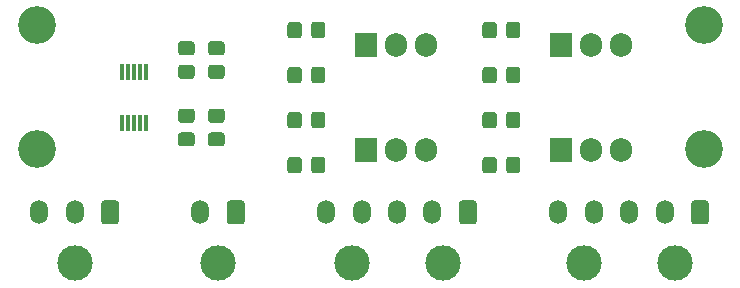
<source format=gts>
%TF.GenerationSoftware,KiCad,Pcbnew,5.1.7*%
%TF.CreationDate,2020-11-17T16:44:46+01:00*%
%TF.ProjectId,pca9632_led_controller,70636139-3633-4325-9f6c-65645f636f6e,rev?*%
%TF.SameCoordinates,Original*%
%TF.FileFunction,Soldermask,Top*%
%TF.FilePolarity,Negative*%
%FSLAX46Y46*%
G04 Gerber Fmt 4.6, Leading zero omitted, Abs format (unit mm)*
G04 Created by KiCad (PCBNEW 5.1.7) date 2020-11-17 16:44:46*
%MOMM*%
%LPD*%
G01*
G04 APERTURE LIST*
%ADD10C,3.200000*%
%ADD11R,0.300000X1.440000*%
%ADD12O,1.905000X2.000000*%
%ADD13R,1.905000X2.000000*%
%ADD14O,1.500000X2.020000*%
%ADD15C,3.000000*%
G04 APERTURE END LIST*
D10*
%TO.C,REF\u002A\u002A*%
X70500000Y-92000000D03*
%TD*%
%TO.C,REF\u002A\u002A*%
X70500000Y-81500000D03*
%TD*%
%TO.C,REF\u002A\u002A*%
X127000000Y-92000000D03*
%TD*%
%TO.C,REF\u002A\u002A*%
X127000000Y-81500000D03*
%TD*%
D11*
%TO.C,U1*%
X77740000Y-85460000D03*
X78240000Y-85460000D03*
X78740000Y-85460000D03*
X79240000Y-85460000D03*
X79740000Y-85460000D03*
X79740000Y-89750000D03*
X79240000Y-89750000D03*
X78740000Y-89750000D03*
X78240000Y-89750000D03*
X77740000Y-89750000D03*
%TD*%
%TO.C,R12*%
G36*
G01*
X85274999Y-84830000D02*
X86175001Y-84830000D01*
G75*
G02*
X86425000Y-85079999I0J-249999D01*
G01*
X86425000Y-85780001D01*
G75*
G02*
X86175001Y-86030000I-249999J0D01*
G01*
X85274999Y-86030000D01*
G75*
G02*
X85025000Y-85780001I0J249999D01*
G01*
X85025000Y-85079999D01*
G75*
G02*
X85274999Y-84830000I249999J0D01*
G01*
G37*
G36*
G01*
X85274999Y-82830000D02*
X86175001Y-82830000D01*
G75*
G02*
X86425000Y-83079999I0J-249999D01*
G01*
X86425000Y-83780001D01*
G75*
G02*
X86175001Y-84030000I-249999J0D01*
G01*
X85274999Y-84030000D01*
G75*
G02*
X85025000Y-83780001I0J249999D01*
G01*
X85025000Y-83079999D01*
G75*
G02*
X85274999Y-82830000I249999J0D01*
G01*
G37*
%TD*%
%TO.C,R11*%
G36*
G01*
X83635001Y-84030000D02*
X82734999Y-84030000D01*
G75*
G02*
X82485000Y-83780001I0J249999D01*
G01*
X82485000Y-83079999D01*
G75*
G02*
X82734999Y-82830000I249999J0D01*
G01*
X83635001Y-82830000D01*
G75*
G02*
X83885000Y-83079999I0J-249999D01*
G01*
X83885000Y-83780001D01*
G75*
G02*
X83635001Y-84030000I-249999J0D01*
G01*
G37*
G36*
G01*
X83635001Y-86030000D02*
X82734999Y-86030000D01*
G75*
G02*
X82485000Y-85780001I0J249999D01*
G01*
X82485000Y-85079999D01*
G75*
G02*
X82734999Y-84830000I249999J0D01*
G01*
X83635001Y-84830000D01*
G75*
G02*
X83885000Y-85079999I0J-249999D01*
G01*
X83885000Y-85780001D01*
G75*
G02*
X83635001Y-86030000I-249999J0D01*
G01*
G37*
%TD*%
%TO.C,R10*%
G36*
G01*
X86175001Y-89745000D02*
X85274999Y-89745000D01*
G75*
G02*
X85025000Y-89495001I0J249999D01*
G01*
X85025000Y-88794999D01*
G75*
G02*
X85274999Y-88545000I249999J0D01*
G01*
X86175001Y-88545000D01*
G75*
G02*
X86425000Y-88794999I0J-249999D01*
G01*
X86425000Y-89495001D01*
G75*
G02*
X86175001Y-89745000I-249999J0D01*
G01*
G37*
G36*
G01*
X86175001Y-91745000D02*
X85274999Y-91745000D01*
G75*
G02*
X85025000Y-91495001I0J249999D01*
G01*
X85025000Y-90794999D01*
G75*
G02*
X85274999Y-90545000I249999J0D01*
G01*
X86175001Y-90545000D01*
G75*
G02*
X86425000Y-90794999I0J-249999D01*
G01*
X86425000Y-91495001D01*
G75*
G02*
X86175001Y-91745000I-249999J0D01*
G01*
G37*
%TD*%
%TO.C,R9*%
G36*
G01*
X82734999Y-90545000D02*
X83635001Y-90545000D01*
G75*
G02*
X83885000Y-90794999I0J-249999D01*
G01*
X83885000Y-91495001D01*
G75*
G02*
X83635001Y-91745000I-249999J0D01*
G01*
X82734999Y-91745000D01*
G75*
G02*
X82485000Y-91495001I0J249999D01*
G01*
X82485000Y-90794999D01*
G75*
G02*
X82734999Y-90545000I249999J0D01*
G01*
G37*
G36*
G01*
X82734999Y-88545000D02*
X83635001Y-88545000D01*
G75*
G02*
X83885000Y-88794999I0J-249999D01*
G01*
X83885000Y-89495001D01*
G75*
G02*
X83635001Y-89745000I-249999J0D01*
G01*
X82734999Y-89745000D01*
G75*
G02*
X82485000Y-89495001I0J249999D01*
G01*
X82485000Y-88794999D01*
G75*
G02*
X82734999Y-88545000I249999J0D01*
G01*
G37*
%TD*%
%TO.C,R8*%
G36*
G01*
X110255000Y-89960001D02*
X110255000Y-89059999D01*
G75*
G02*
X110504999Y-88810000I249999J0D01*
G01*
X111205001Y-88810000D01*
G75*
G02*
X111455000Y-89059999I0J-249999D01*
G01*
X111455000Y-89960001D01*
G75*
G02*
X111205001Y-90210000I-249999J0D01*
G01*
X110504999Y-90210000D01*
G75*
G02*
X110255000Y-89960001I0J249999D01*
G01*
G37*
G36*
G01*
X108255000Y-89960001D02*
X108255000Y-89059999D01*
G75*
G02*
X108504999Y-88810000I249999J0D01*
G01*
X109205001Y-88810000D01*
G75*
G02*
X109455000Y-89059999I0J-249999D01*
G01*
X109455000Y-89960001D01*
G75*
G02*
X109205001Y-90210000I-249999J0D01*
G01*
X108504999Y-90210000D01*
G75*
G02*
X108255000Y-89960001I0J249999D01*
G01*
G37*
%TD*%
%TO.C,R7*%
G36*
G01*
X109455000Y-92869999D02*
X109455000Y-93770001D01*
G75*
G02*
X109205001Y-94020000I-249999J0D01*
G01*
X108504999Y-94020000D01*
G75*
G02*
X108255000Y-93770001I0J249999D01*
G01*
X108255000Y-92869999D01*
G75*
G02*
X108504999Y-92620000I249999J0D01*
G01*
X109205001Y-92620000D01*
G75*
G02*
X109455000Y-92869999I0J-249999D01*
G01*
G37*
G36*
G01*
X111455000Y-92869999D02*
X111455000Y-93770001D01*
G75*
G02*
X111205001Y-94020000I-249999J0D01*
G01*
X110504999Y-94020000D01*
G75*
G02*
X110255000Y-93770001I0J249999D01*
G01*
X110255000Y-92869999D01*
G75*
G02*
X110504999Y-92620000I249999J0D01*
G01*
X111205001Y-92620000D01*
G75*
G02*
X111455000Y-92869999I0J-249999D01*
G01*
G37*
%TD*%
%TO.C,R6*%
G36*
G01*
X110255000Y-82340001D02*
X110255000Y-81439999D01*
G75*
G02*
X110504999Y-81190000I249999J0D01*
G01*
X111205001Y-81190000D01*
G75*
G02*
X111455000Y-81439999I0J-249999D01*
G01*
X111455000Y-82340001D01*
G75*
G02*
X111205001Y-82590000I-249999J0D01*
G01*
X110504999Y-82590000D01*
G75*
G02*
X110255000Y-82340001I0J249999D01*
G01*
G37*
G36*
G01*
X108255000Y-82340001D02*
X108255000Y-81439999D01*
G75*
G02*
X108504999Y-81190000I249999J0D01*
G01*
X109205001Y-81190000D01*
G75*
G02*
X109455000Y-81439999I0J-249999D01*
G01*
X109455000Y-82340001D01*
G75*
G02*
X109205001Y-82590000I-249999J0D01*
G01*
X108504999Y-82590000D01*
G75*
G02*
X108255000Y-82340001I0J249999D01*
G01*
G37*
%TD*%
%TO.C,R5*%
G36*
G01*
X109455000Y-85249999D02*
X109455000Y-86150001D01*
G75*
G02*
X109205001Y-86400000I-249999J0D01*
G01*
X108504999Y-86400000D01*
G75*
G02*
X108255000Y-86150001I0J249999D01*
G01*
X108255000Y-85249999D01*
G75*
G02*
X108504999Y-85000000I249999J0D01*
G01*
X109205001Y-85000000D01*
G75*
G02*
X109455000Y-85249999I0J-249999D01*
G01*
G37*
G36*
G01*
X111455000Y-85249999D02*
X111455000Y-86150001D01*
G75*
G02*
X111205001Y-86400000I-249999J0D01*
G01*
X110504999Y-86400000D01*
G75*
G02*
X110255000Y-86150001I0J249999D01*
G01*
X110255000Y-85249999D01*
G75*
G02*
X110504999Y-85000000I249999J0D01*
G01*
X111205001Y-85000000D01*
G75*
G02*
X111455000Y-85249999I0J-249999D01*
G01*
G37*
%TD*%
%TO.C,R4*%
G36*
G01*
X93745000Y-82340001D02*
X93745000Y-81439999D01*
G75*
G02*
X93994999Y-81190000I249999J0D01*
G01*
X94695001Y-81190000D01*
G75*
G02*
X94945000Y-81439999I0J-249999D01*
G01*
X94945000Y-82340001D01*
G75*
G02*
X94695001Y-82590000I-249999J0D01*
G01*
X93994999Y-82590000D01*
G75*
G02*
X93745000Y-82340001I0J249999D01*
G01*
G37*
G36*
G01*
X91745000Y-82340001D02*
X91745000Y-81439999D01*
G75*
G02*
X91994999Y-81190000I249999J0D01*
G01*
X92695001Y-81190000D01*
G75*
G02*
X92945000Y-81439999I0J-249999D01*
G01*
X92945000Y-82340001D01*
G75*
G02*
X92695001Y-82590000I-249999J0D01*
G01*
X91994999Y-82590000D01*
G75*
G02*
X91745000Y-82340001I0J249999D01*
G01*
G37*
%TD*%
%TO.C,R3*%
G36*
G01*
X92945000Y-85249999D02*
X92945000Y-86150001D01*
G75*
G02*
X92695001Y-86400000I-249999J0D01*
G01*
X91994999Y-86400000D01*
G75*
G02*
X91745000Y-86150001I0J249999D01*
G01*
X91745000Y-85249999D01*
G75*
G02*
X91994999Y-85000000I249999J0D01*
G01*
X92695001Y-85000000D01*
G75*
G02*
X92945000Y-85249999I0J-249999D01*
G01*
G37*
G36*
G01*
X94945000Y-85249999D02*
X94945000Y-86150001D01*
G75*
G02*
X94695001Y-86400000I-249999J0D01*
G01*
X93994999Y-86400000D01*
G75*
G02*
X93745000Y-86150001I0J249999D01*
G01*
X93745000Y-85249999D01*
G75*
G02*
X93994999Y-85000000I249999J0D01*
G01*
X94695001Y-85000000D01*
G75*
G02*
X94945000Y-85249999I0J-249999D01*
G01*
G37*
%TD*%
%TO.C,R2*%
G36*
G01*
X93745000Y-89960001D02*
X93745000Y-89059999D01*
G75*
G02*
X93994999Y-88810000I249999J0D01*
G01*
X94695001Y-88810000D01*
G75*
G02*
X94945000Y-89059999I0J-249999D01*
G01*
X94945000Y-89960001D01*
G75*
G02*
X94695001Y-90210000I-249999J0D01*
G01*
X93994999Y-90210000D01*
G75*
G02*
X93745000Y-89960001I0J249999D01*
G01*
G37*
G36*
G01*
X91745000Y-89960001D02*
X91745000Y-89059999D01*
G75*
G02*
X91994999Y-88810000I249999J0D01*
G01*
X92695001Y-88810000D01*
G75*
G02*
X92945000Y-89059999I0J-249999D01*
G01*
X92945000Y-89960001D01*
G75*
G02*
X92695001Y-90210000I-249999J0D01*
G01*
X91994999Y-90210000D01*
G75*
G02*
X91745000Y-89960001I0J249999D01*
G01*
G37*
%TD*%
%TO.C,R1*%
G36*
G01*
X92945000Y-92869999D02*
X92945000Y-93770001D01*
G75*
G02*
X92695001Y-94020000I-249999J0D01*
G01*
X91994999Y-94020000D01*
G75*
G02*
X91745000Y-93770001I0J249999D01*
G01*
X91745000Y-92869999D01*
G75*
G02*
X91994999Y-92620000I249999J0D01*
G01*
X92695001Y-92620000D01*
G75*
G02*
X92945000Y-92869999I0J-249999D01*
G01*
G37*
G36*
G01*
X94945000Y-92869999D02*
X94945000Y-93770001D01*
G75*
G02*
X94695001Y-94020000I-249999J0D01*
G01*
X93994999Y-94020000D01*
G75*
G02*
X93745000Y-93770001I0J249999D01*
G01*
X93745000Y-92869999D01*
G75*
G02*
X93994999Y-92620000I249999J0D01*
G01*
X94695001Y-92620000D01*
G75*
G02*
X94945000Y-92869999I0J-249999D01*
G01*
G37*
%TD*%
D12*
%TO.C,Q4*%
X120015000Y-92050000D03*
X117475000Y-92050000D03*
D13*
X114935000Y-92050000D03*
%TD*%
D12*
%TO.C,Q3*%
X120015000Y-83160000D03*
X117475000Y-83160000D03*
D13*
X114935000Y-83160000D03*
%TD*%
D12*
%TO.C,Q2*%
X103505000Y-83160000D03*
X100965000Y-83160000D03*
D13*
X98425000Y-83160000D03*
%TD*%
D12*
%TO.C,Q1*%
X103505000Y-92050000D03*
X100965000Y-92050000D03*
D13*
X98425000Y-92050000D03*
%TD*%
D14*
%TO.C,J4*%
X114675000Y-97325000D03*
X117675000Y-97325000D03*
X120675000Y-97325000D03*
X123675000Y-97325000D03*
G36*
G01*
X127425000Y-96565000D02*
X127425000Y-98085000D01*
G75*
G02*
X127175000Y-98335000I-250000J0D01*
G01*
X126175000Y-98335000D01*
G75*
G02*
X125925000Y-98085000I0J250000D01*
G01*
X125925000Y-96565000D01*
G75*
G02*
X126175000Y-96315000I250000J0D01*
G01*
X127175000Y-96315000D01*
G75*
G02*
X127425000Y-96565000I0J-250000D01*
G01*
G37*
D15*
X116825000Y-101645000D03*
X124525000Y-101645000D03*
%TD*%
D14*
%TO.C,J3*%
X95025000Y-97325000D03*
X98025000Y-97325000D03*
X101025000Y-97325000D03*
X104025000Y-97325000D03*
G36*
G01*
X107775000Y-96565000D02*
X107775000Y-98085000D01*
G75*
G02*
X107525000Y-98335000I-250000J0D01*
G01*
X106525000Y-98335000D01*
G75*
G02*
X106275000Y-98085000I0J250000D01*
G01*
X106275000Y-96565000D01*
G75*
G02*
X106525000Y-96315000I250000J0D01*
G01*
X107525000Y-96315000D01*
G75*
G02*
X107775000Y-96565000I0J-250000D01*
G01*
G37*
D15*
X97175000Y-101645000D03*
X104875000Y-101645000D03*
%TD*%
D14*
%TO.C,J2*%
X84375000Y-97325000D03*
G36*
G01*
X88125000Y-96565000D02*
X88125000Y-98085000D01*
G75*
G02*
X87875000Y-98335000I-250000J0D01*
G01*
X86875000Y-98335000D01*
G75*
G02*
X86625000Y-98085000I0J250000D01*
G01*
X86625000Y-96565000D01*
G75*
G02*
X86875000Y-96315000I250000J0D01*
G01*
X87875000Y-96315000D01*
G75*
G02*
X88125000Y-96565000I0J-250000D01*
G01*
G37*
D15*
X85875000Y-101645000D03*
%TD*%
D14*
%TO.C,J1*%
X70725000Y-97325000D03*
X73725000Y-97325000D03*
G36*
G01*
X77475000Y-96565000D02*
X77475000Y-98085000D01*
G75*
G02*
X77225000Y-98335000I-250000J0D01*
G01*
X76225000Y-98335000D01*
G75*
G02*
X75975000Y-98085000I0J250000D01*
G01*
X75975000Y-96565000D01*
G75*
G02*
X76225000Y-96315000I250000J0D01*
G01*
X77225000Y-96315000D01*
G75*
G02*
X77475000Y-96565000I0J-250000D01*
G01*
G37*
D15*
X73725000Y-101645000D03*
%TD*%
M02*

</source>
